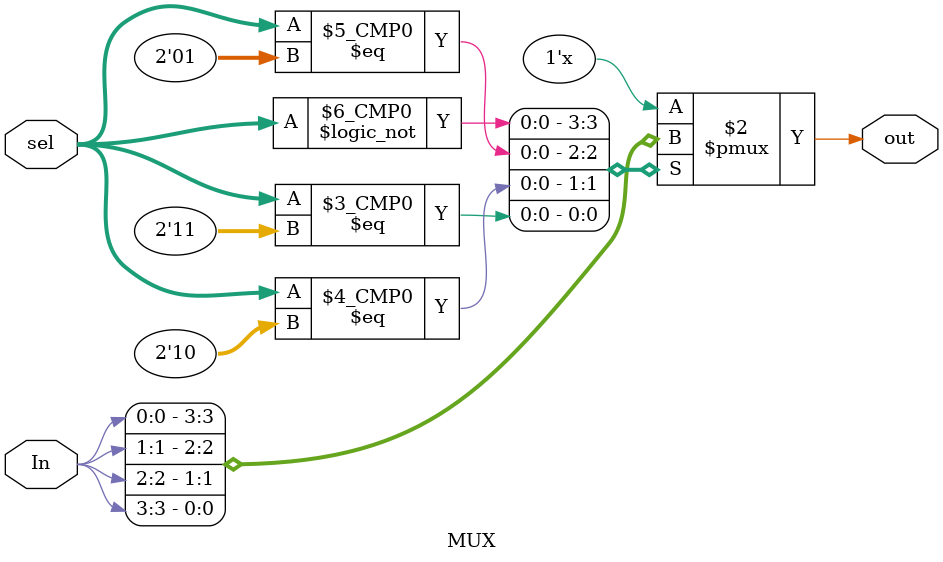
<source format=v>
module MUX(
  input [3:0]In,
  input [1:0]sel,
  output reg out
);
  
  always @(*) begin
    case(sel) 
      
      2'b00: out = In[0];
      2'b01: out = In[1];
      2'b10: out = In[2];
      2'b11: out = In[3];
      default: out = 1'b0;
    endcase

  end
endmodule

</source>
